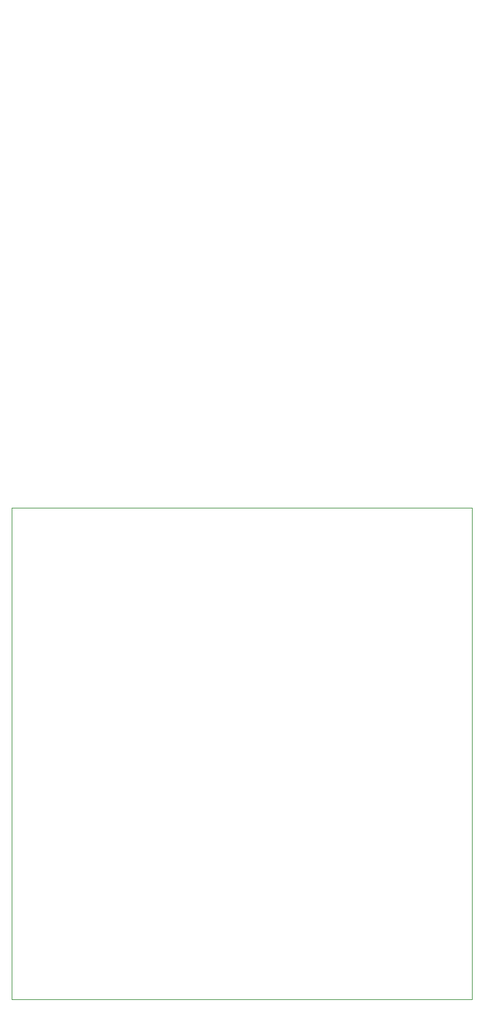
<source format=gbr>
%TF.GenerationSoftware,Altium Limited,Altium Designer,20.1.8 (145)*%
G04 Layer_Color=0*
%FSLAX43Y43*%
%MOMM*%
%TF.SameCoordinates,73C82DD5-E753-4C0D-BC74-0A693CAB8B4A*%
%TF.FilePolarity,Positive*%
%TF.FileFunction,Profile,NP*%
%TF.Part,Single*%
G01*
G75*
%TA.AperFunction,Profile*%
%ADD28C,0.025*%
G36*
X25880Y127000D02*
D01*
D02*
G37*
G36*
X27940Y124460D02*
D01*
D02*
G37*
G36*
X25400Y127000D02*
D01*
D02*
G37*
D28*
X0Y0D02*
X60000D01*
Y64000D01*
X0D01*
Y0D01*
%TF.MD5,35575164a579ec78fe35d0b045aee629*%
M02*

</source>
